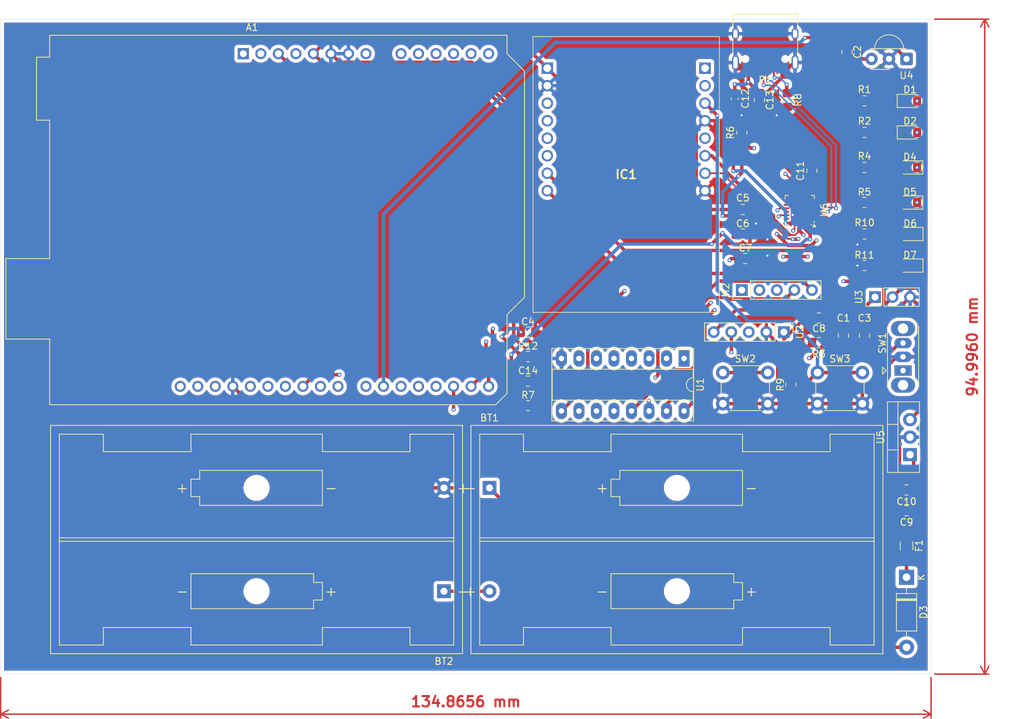
<source format=kicad_pcb>
(kicad_pcb (version 20221018) (generator pcbnew)
  (layers (0 "F.Cu" signal) (1 "In1.Cu" signal) (2 "In2.Cu" signal) (31 "B.Cu" signal) (34 "B.Paste" user) (35 "F.Paste" user) (36 "B.SilkS" user "B.Silkscreen") (37 "F.SilkS" user "F.Silkscreen") (38 "B.Mask" user) (39 "F.Mask" user) (44 "Edge.Cuts" user))
  (net 0 "")
  (net 3 "Net-(A1-~{RESET})")
  (net 5 "VCC")
  (net 6 "GND")
  (net 14 "RX")
  (net 15 "TX")
  (net 16 "MOTOR-1")
  (net 17 "MOTOR-2")
  (net 18 "MOTOR-3")
  (net 19 "MOTOR-4")
  (net 20 "IR SENSOR")
  (net 21 "LIMIT SW")
  (net 23 "Net-(A1-D9)")
  (net 24 "Net-(A1-D10)")
  (net 31 "Net-(D3-K)")
  (net 32 "Net-(BT1-+)")
  (net 34 "D-")
  (net 35 "D+")
  (net 37 "Net-(U6-VDD)")
  (net 38 "Net-(U6-~{RST})")
  (net 44 "Net-(D4-K)")
  (net 46 "Net-(D5-K)")
  (net 48 "EN")
  (net 50 "DTR")
  (net 52 "Net-(BT1--)")
  (net 53 "Net-(U1-COM)")
  (net 54 "Net-(U2-VCC)")
  (net 55 "Net-(U5-IN)")
  (net 56 "Net-(D1-K)")
  (net 57 "Net-(D2-K)")
  (net 58 "Net-(D4-A)")
  (net 59 "Net-(D5-A)")
  (net 60 "Net-(D6-K)")
  (net 61 "Net-(D6-A)")
  (net 62 "Net-(D7-K)")
  (net 63 "Net-(D7-A)")
  (net 64 "Net-(U1-O2)")
  (net 65 "Net-(M2--)")
  (net 66 "Net-(U1-O4)")
  (net 67 "Net-(U1-O3)")
  (net 68 "Net-(P1-CC)")
  (net 72 "Net-(IC1-IO0)")
  (net 87 "MIC")
  (footprint "Capacitor_SMD:C_0805_2012Metric_Pad1.18x1.45mm_HandSolder" (layer "F.Cu") (at 131.690561 35.5385 90)
    (fp_text reference "C11")
    (fp_text value "100nF")
  )
  (footprint "Capacitor_SMD:C_0805_2012Metric_Pad1.18x1.45mm_HandSolder" (layer "F.Cu") (at 136.262561 59.436 -90)
    (fp_text reference "C1")
    (fp_text value "100nF")
  )
  (footprint "Resistor_SMD:R_0805_2012Metric_Pad1.20x1.40mm_HandSolder" (layer "F.Cu") (at 90.542561 62.484 180)
    (fp_text reference "R12")
    (fp_text value "10K")
  )
  (footprint "Button_Switch_THT:SW_Slide_SPDT_Straight_CK_OS102011MS2Q" (layer "F.Cu") (at 144.898561 64.516 90)
    (fp_text reference "SW1")
    (fp_text value "SW_SPDT")
  )
  (footprint "Capacitor_SMD:C_0603_1608Metric_Pad1.08x0.95mm_HandSolder" (layer "F.Cu") (at 120.514561 25.054 -90)
    (fp_text reference "C12")
    (fp_text value "0.1uF")
  )
  (footprint "Resistor_SMD:R_0805_2012Metric_Pad1.20x1.40mm_HandSolder" (layer "F.Cu") (at 139.310561 25.384)
    (fp_text reference "R1")
    (fp_text value "220")
  )
  (footprint "Connector_PinHeader_2.54mm:PinHeader_1x05_P2.54mm_Vertical" (layer "F.Cu") (at 121.530561 52.832 90)
    (fp_text reference "M2")
    (fp_text value "Stepper_Motor_unipolar_5pin")
  )
  (footprint "KiCad:ESP32CAM" (layer "F.Cu") (at 93.336561 38.428)
    (fp_text reference "IC1")
    (fp_text value "ESP32-CAM" hide)
  )
  (footprint "Package_TO_SOT_THT:TO-220-3_Vertical" (layer "F.Cu") (at 145.914561 76.708 90)
    (fp_text reference "U5")
    (fp_text value "L7805")
  )
  (footprint "Button_Switch_THT:SW_PUSH_6mm" (layer "F.Cu") (at 132.504561 64.806)
    (fp_text reference "SW3")
    (fp_text value "SW_Push")
  )
  (footprint "Resistor_SMD:R_0805_2012Metric_Pad1.20x1.40mm_HandSolder" (layer "F.Cu") (at 128.642561 66.548 -90)
    (fp_text reference "R9")
    (fp_text value "10K")
  )
  (footprint "Resistor_SMD:R_0805_2012Metric_Pad1.20x1.40mm_HandSolder" (layer "F.Cu") (at 139.310561 49.276 180)
    (fp_text reference "R11")
    (fp_text value "330")
  )
  (footprint "Capacitor_SMD:C_0805_2012Metric_Pad1.18x1.45mm_HandSolder" (layer "F.Cu") (at 136.770561 18.288 90)
    (fp_text reference "C2")
    (fp_text value "10uF")
  )
  (footprint "Battery:BatteryHolder_Keystone_2462_2xAA" (layer "F.Cu") (at 78.350561 96.52 180)
    (fp_text reference "BT2")
    (fp_text value "3V")
  )
  (footprint "Capacitor_SMD:C_0805_2012Metric_Pad1.18x1.45mm_HandSolder" (layer "F.Cu") (at 124.070561 25.284 -90)
    (fp_text reference "C13")
    (fp_text value "10uF")
  )
  (footprint "Battery:BatteryHolder_Keystone_2462_2xAA" (layer "F.Cu") (at 84.954561 81.53)
    (fp_text reference "BT1")
    (fp_text value "3V")
  )
  (footprint "Connector_PinHeader_2.54mm:PinHeader_1x05_P2.54mm_Vertical" (layer "F.Cu") (at 127.621561 58.928 -90)
    (fp_text reference "U2")
    (fp_text value "~")
  )
  (footprint "Resistor_SMD:R_0805_2012Metric_Pad1.20x1.40mm_HandSolder" (layer "F.Cu") (at 90.542561 69.596)
    (fp_text reference "R7")
    (fp_text value "10K")
  )
  (footprint "Capacitor_SMD:C_0805_2012Metric_Pad1.18x1.45mm_HandSolder" (layer "F.Cu") (at 122.038561 48.26 180)
    (fp_text reference "C7")
    (fp_text value "100nF")
  )
  (footprint "Capacitor_SMD:C_0805_2012Metric_Pad1.18x1.45mm_HandSolder" (layer "F.Cu") (at 145.406561 81.826 180)
    (fp_text reference "C10")
    (fp_text value "100nF")
  )
  (footprint "Fuse:Fuse_1206_3216Metric_Pad1.42x1.75mm_HandSolder" (layer "F.Cu") (at 145.406561 89.916 -90)
    (fp_text reference "F1")
    (fp_text value "Polyfuse")
  )
  (footprint "OptoDevice:Vishay_MINICAST-3Pin" (layer "F.Cu") (at 145.406561 19.304 180)
    (fp_text reference "U4")
    (fp_text value "TSSP58038SS1XB")
  )
  (footprint "LED_SMD:LED_0805_2012Metric_Pad1.15x1.40mm_HandSolder" (layer "F.Cu") (at 145.921561 29.972)
    (fp_text reference "D2")
    (fp_text value "LED")
  )
  (footprint "Resistor_SMD:R_0805_2012Metric_Pad1.20x1.40mm_HandSolder" (layer "F.Cu") (at 139.317561 29.964)
    (fp_text reference "R2")
    (fp_text value "220")
  )
  (footprint "Connector_PinHeader_2.54mm:PinHeader_1x03_P2.54mm_Vertical" (layer "F.Cu") (at 140.834561 53.848 90)
    (fp_text reference "U3")
    (fp_text value "~")
  )
  (footprint "Capacitor_SMD:C_0805_2012Metric_Pad1.18x1.45mm_HandSolder" (layer "F.Cu") (at 139.310561 59.436 -90)
    (fp_text reference "C3")
    (fp_text value "10uF")
  )
  (footprint "Resistor_SMD:R_0805_2012Metric_Pad1.20x1.40mm_HandSolder" (layer "F.Cu") (at 121.530561 29.988 90)
    (fp_text reference "R6")
    (fp_text value "10K")
  )
  (footprint "Capacitor_SMD:C_0805_2012Metric_Pad1.18x1.45mm_HandSolder" (layer "F.Cu") (at 121.672561 41.148)
    (fp_text reference "C5")
    (fp_text value "100nF")
  )
  (footprint "LED_SMD:LED_0805_2012Metric_Pad1.15x1.40mm_HandSolder" (layer "F.Cu") (at 145.905561 35.052 180)
    (fp_text reference "D4")
    (fp_text value "LED")
  )
  (footprint "LED_SMD:LED_0805_2012Metric_Pad1.15x1.40mm_HandSolder" (layer "F.Cu") (at 145.921561 49.276 180)
    (fp_text reference "D7")
    (fp_text value "LED")
  )
  (footprint "Connector_USB:USB_C_Receptacle_HRO_TYPE-C-31-M-12" (layer "F.Cu") (at 124.928561 16.704 180)
    (fp_text reference "P1")
    (fp_text value "USB_C_Plug")
  )
  (footprint "Resistor_SMD:R_0805_2012Metric_Pad1.20x1.40mm_HandSolder" (layer "F.Cu") (at 132.706561 60.452 180)
    (fp_text reference "R3")
    (fp_text value "10K")
  )
  (footprint "Capacitor_SMD:C_0805_2012Metric_Pad1.18x1.45mm_HandSolder" (layer "F.Cu") (at 90.542561 58.928 180)
    (fp_text reference "C4")
    (fp_text value "100nF")
  )
  (footprint "Capacitor_SMD:C_0805_2012Metric_Pad1.18x1.45mm_HandSolder" (layer "F.Cu") (at 145.406561 84.836 180)
    (fp_text reference "C9")
    (fp_text value "10uF")
  )
  (footprint "LED_SMD:LED_0805_2012Metric_Pad1.15x1.40mm_HandSolder" (layer "F.Cu") (at 145.905561 40.132 180)
    (fp_text reference "D5")
    (fp_text value "LED")
  )
  (footprint "Module:Arduino_UNO_R3" (layer "F.Cu") (at 49.267561 18.542)
    (fp_text reference "A1")
    (fp_text value "Arduino_UNO_R3")
  )
  (footprint "Resistor_SMD:R_0805_2012Metric_Pad1.20x1.40mm_HandSolder" (layer "F.Cu") (at 128.134561 25.254 -90)
    (fp_text reference "R8")
    (fp_text value "5.1K")
  )
  (footprint "Package_DFN_QFN:QFN-24-1EP_4x4mm_P0.5mm_EP2.6x2.6mm" (layer "F.Cu") (at 129.932561 41.221 180)
    (fp_text reference "U6")
    (fp_text value "CP2102N-Axx-xQFN24")
  )
  (footprint "Capacitor_SMD:C_0805_2012Metric_Pad1.18x1.45mm_HandSolder" (layer "F.Cu") (at 121.672561 44.704 180)
    (fp_text reference "C6")
    (fp_text value "10uF")
  )
  (footprint "LED_SMD:LED_0805_2012Metric_Pad1.15x1.40mm_HandSolder" (layer "F.Cu") (at 145.914561 25.4)
    (fp_text reference "D1")
    (fp_text value "LED")
  )
  (footprint "Capacitor_SMD:C_0805_2012Metric_Pad1.18x1.45mm_HandSolder" (layer "F.Cu") (at 90.542561 66.04)
    (fp_text reference "C14")
    (fp_text value "100nF")
  )
  (footprint "Button_Switch_THT:SW_PUSH_6mm" (layer "F.Cu") (at 118.788561 64.806)
    (fp_text reference "SW2")
    (fp_text value "SW_Push")
  )
  (footprint "Resistor_SMD:R_0805_2012Metric_Pad1.20x1.40mm_HandSolder" (layer "F.Cu") (at 139.326561 44.704)
    (fp_text reference "R10")
    (fp_text value "330")
  )
  (footprint "Package_DIP:DIP-16_W7.62mm_Socket_LongPads" (layer "F.Cu") (at 113.158561 62.748 -90)
    (fp_text reference "U1")
    (fp_text value "ULN2003")
  )
  (footprint "Diode_THT:D_DO-41_SOD81_P10.16mm_Horizontal" (layer "F.Cu") (at 145.406561 94.488 -90)
    (fp_text reference "D3")
    (fp_text value "1N5819")
  )
  (footprint "Capacitor_SMD:C_0805_2012Metric_Pad1.18x1.45mm_HandSolder" (layer "F.Cu") (at 132.706561 56.896 180)
    (fp_text reference "C8")
    (fp_text value "100nF")
  )
  (footprint "LED_SMD:LED_0805_2012Metric_Pad1.15x1.40mm_HandSolder" (layer "F.Cu") (at 145.937561 44.704 180)
    (fp_text reference "D6")
    (fp_text value "LED")
  )
  (footprint "Resistor_SMD:R_0805_2012Metric_Pad1.20x1.40mm_HandSolder" (layer "F.Cu") (at 139.310561 35.052)
    (fp_text reference "R4")
    (fp_text value "330")
  )
  (footprint "Resistor_SMD:R_0805_2012Metric_Pad1.20x1.40mm_HandSolder" (layer "F.Cu") (at 139.294561 40.132 180)
    (fp_text reference "R5")
    (fp_text value "330")
  )
  (gr_rect locked (start 14.088561 13.5382) (end 148.962561 108.5342) (stroke (width 0.05)) (fill none) (layer "Edge.Cuts"))
  (dimension (type aligned) (layer "F.Cu") (pts (xy 148.971 13.5382) (xy 148.971 108.5342)) (height -7.7724) (gr_text "94.9960 mm" (at 154.9434 61.0362 90) (layer "F.Cu") (effects (font (size 1.5 1.5) (thickness 0.3)))) (format (prefix "") (suffix "") (units 3) (units_format 1) (precision 4)) (style (thickness 0.2) (arrow_length 1.27) (text_position_mode 0) (extension_height 0.58642) (extension_offset 0.5) keep_text_aligned))
  (dimension (type aligned) (layer "F.Cu") (pts (xy 14.097 108.5342) (xy 148.962561 108.5342)) (height 5.816599) (gr_text "134.8656 mm" (at 81.529781 112.550799) (layer "F.Cu") (effects (font (size 1.5 1.5) (thickness 0.3)))) (format (prefix "") (suffix "") (units 3) (units_format 1) (precision 4)) (style (thickness 0.2) (arrow_length 1.27) (text_position_mode 0) (extension_height 0.58642) (extension_offset 0.5) keep_text_aligned))
  (segment (start 56.997561 21.192) (end 81.814661 21.192) (width 0.5) (layer "F.Cu") (net 3))
  (segment (start 88.467561 59.699878) (end 90.101683 61.334) (width 0.5) (layer "F.Cu") (net 3))
  (segment (start 54.347561 18.542) (end 56.997561 21.192) (width 0.5) (layer "F.Cu") (net 3))
  (segment (start 90.101683 61.334) (end 90.392561 61.334) (width 0.5) (layer "F.Cu") (net 3))
  (segment (start 81.814661 21.192) (end 88.467561 27.8449) (width 0.5) (layer "F.Cu") (net 3))
  (segment (start 90.392561 61.334) (end 91.542561 62.484) (width 0.5) (layer "F.Cu") (net 3))
  (segment (start 91.580061 62.5215) (end 91.542561 62.484) (width 0.5) (layer "F.Cu") (net 3))
  (segment (start 91.580061 66.04) (end 91.580061 62.5215) (width 0.5) (layer "F.Cu") (net 3))
  (segment (start 88.467561 27.8449) (end 88.467561 59.699878) (width 0.5) (layer "F.Cu") (net 3))
  (segment (start 133.744061 56.896) (end 140.386561 56.896) (width 0.5) (layer "F.Cu") (net 5))
  (segment (start 122.478561 22.6545) (end 124.070561 24.2465) (width 0.5) (layer "F.Cu") (net 5))
  (segment (start 140.386561 56.896) (end 142.134561 55.148) (width 0.5) (layer "F.Cu") (net 5))
  (segment (start 89.542561 62.484) (end 89.542561 62.385) (width 0.5) (layer "F.Cu") (net 5))
  (segment (start 125.106061 24.2465) (end 124.070561 24.2465) (width 0.5) (layer "F.Cu") (net 5))
  (segment (start 91.542561 69.596) (end 90.542561 68.596) (width 0.5) (layer "F.Cu") (net 5))
  (segment (start 131.182561 39.2835) (end 130.903161 39.2835) (width 0.25) (layer "F.Cu") (net 5))
  (segment (start 123.917138 30.988) (end 130.903161 37.974023) (width 0.5) (layer "F.Cu") (net 5))
  (segment (start 122.680561 29.838) (end 121.530561 30.988) (width 0.5) (layer "F.Cu") (net 5))
  (segment (start 147.946561 52.832) (end 147.662561 52.548) (width 0.5) (layer "F.Cu") (net 5))
  (segment (start 143.374561 53.848) (end 139.310561 57.912) (width 0.5) (layer "F.Cu") (net 5))
  (segment (start 139.310561 58.3985) (end 136.262561 58.3985) (width 0.5) (layer "F.Cu") (net 5))
  (segment (start 141.342561 51.562) (end 136.262561 51.562) (width 0.5) (layer "F.Cu") (net 5))
  (segment (start 145.914561 71.628) (end 147.946561 69.596) (width 0.5) (layer "F.Cu") (net 5))
  (segment (start 122.680561 25.6365) (end 122.680561 29.838) (width 0.5) (layer "F.Cu") (net 5))
  (segment (start 127.428561 21.924) (end 134.172061 21.924) (width 0.5) (layer "F.Cu") (net 5))
  (segment (start 123.308561 32.258) (end 122.800561 32.258) (width 0.5) (layer "F.Cu") (net 5))
  (segment (start 120.514561 23.0124) (end 120.489161 22.987) (width 0.5) (layer "F.Cu") (net 5))
  (segment (start 119.720661 42.0624) (end 120.635061 41.148) (width 0.5) (layer "F.Cu") (net 5))
  (segment (start 133.744061 58.4145) (end 131.706561 60.452) (width 0.5) (layer "F.Cu") (net 5))
  (segment (start 127.378561 21.874) (end 127.428561 21.924) (width 0.5) (layer "F.Cu") (net 5))
  (segment (start 135.246561 58.3985) (end 133.744061 56.896) (width 0.5) (layer "F.Cu") (net 5))
  (segment (start 142.134561 52.354) (end 141.342561 51.562) (width 0.5) (layer "F.Cu") (net 5))
  (segment (start 121.530561 35.7886) (end 121.017051 36.30211) (width 0.5) (layer "F.Cu") (net 5))
  (segment (start 128.642561 65.548) (end 128.642561 63.5) (width 0.5) (layer "F.Cu") (net 5))
  (segment (start 147.662561 52.548) (end 144.674561 52.548) (width 0.5) (layer "F.Cu") (net 5))
  (segment (start 147.946561 69.596) (end 147.946561 52.832) (width 0.5) (layer "F.Cu") (net 5))
  (segment (start 130.903161 39.2835) (end 130.682561 39.2835) (width 0.25) (layer "F.Cu") (net 5))
  (segment (start 89.542561 62.385) (end 86.732561 59.575) (width 0.5) (layer "F.Cu") (net 5))
  (segment (start 93.336561 20.648) (end 113.836561 41.148) (width 0.5) (layer "F.Cu") (net 5))
  (segment (start 128.642561 63.5) (end 131.690561 60.452) (width 0.5) (layer "F.Cu") (net 5))
  (segment (start 144.674561 52.548) (end 143.374561 53.848) (width 0.5) (layer "F.Cu") (net 5))
  (segment (start 122.478561 20.749) (end 122.478561 22.6545) (width 0.5) (layer "F.Cu") (net 5))
  (segment (start 127.378561 20.749) (end 127.378561 21.974) (width 0.5) (layer "F.Cu") (net 5))
  (segment (start 136.792061 19.304) (end 136.770561 19.3255) (width 0.5) (layer "F.Cu") (net 5))
  (segment (start 90.542561 63.484) (end 89.542561 62.484) (width 0.5) (layer "F.Cu") (net 5))
  (segment (start 127.378561 21.974) (end 125.106061 24.2465) (width 0.5) (layer "F.Cu") (net 5))
  (segment (start 127.378561 20.749) (end 127.378561 21.874) (width 0.5) (layer "F.Cu") (net 5))
  (segment (start 82.104611 20.492) (end 89.505061 27.89245) (width 0.5) (layer "F.Cu") (net 5))
  (segment (start 120.635061 41.148) (end 120.635061 44.704) (width 0.5) (layer "F.Cu") (net 5))
  (segment (start 90.542561 68.596) (end 90.542561 63.484) (width 0.5) (layer "F.Cu") (net 5))
  (segment (start 142.134561 55.148) (end 142.134561 52.354) (width 0.5) (layer "F.Cu") (net 5))
  (segment (start 88.436561 15.748) (end 93.336561 20.648) (width 0.5) (layer "F.Cu") (net 5))
  (segment (start 124.070561 24.2465) (end 122.680561 25.6365) (width 0.5) (layer "F.Cu") (net 5))
  (segment (start 121.530561 30.988) (end 121.530561 35.7886) (width 0.5) (layer "F.Cu") (net 5))
  (segment (start 89.505061 27.89245) (end 89.505061 58.928) (width 0.5) (layer "F.Cu") (net 5))
  (segment (start 122.800561 32.258) (end 121.530561 30.988) (width 0.5) (layer "F.Cu") (net 5))
  (segment (start 134.172061 21.924) (end 136.770561 19.3255) (width 0.5) (layer "F.Cu") (net 5))
  (segment (start 118.736561 42.0624) (end 119.720661 42.0624) (width 0.5) (layer "F.Cu") (net 5))
  (segment (start 121.530561 30.988) (end 123.917138 30.988) (width 0.5) (layer "F.Cu") (net 5))
  (segment (start 140.326561 19.304) (end 136.792061 19.304) (width 0.5) (layer "F.Cu") (net 5))
  (segment (start 59.427561 18.542) (end 62.221561 15.748) (width 0.5) (layer "F.Cu") (net 5))
  (segment (start 130.903161 37.974023) (end 130.903161 39.2835) (width 0.5) (layer "F.Cu") (net 5))
  (segment (start 62.221561 15.748) (end 88.436561 15.748) (width 0.5) (layer "F.Cu") (net 5))
  (segment (start 113.836561 41.148) (end 120.635061 41.148) (width 0.5) (layer "F.Cu") (net 5))
  (segment (start 139.310561 57.912) (end 139.310561 58.3985) (width 0.5) (layer "F.Cu") (net 5))
  (segment (start 59.427561 18.542) (end 61.377561 20.492) (width 0.5) (layer "F.Cu") (net 5))
  (segment (start 136.262561 58.3985) (end 135.246561 58.3985) (width 0.5) (layer "F.Cu") (net 5))
  (segment (start 120.514561 24.1915) (end 120.514561 23.0124) (width 0.5) (layer "F.Cu") (net 5))
  (segment (start 131.690561 60.452) (end 131.706561 60.452) (width 0.5) (layer "F.Cu") (net 5))
  (segment (start 133.744061 56.896) (end 133.744061 58.4145) (width 0.5) (layer "F.Cu") (net 5))
  (segment (start 61.377561 20.492) (end 82.104611 20.492) (width 0.5) (layer "F.Cu") (net 5))
  (via (at 89.505061 58.928) (size 0.6) (drill 0.3) (layers "F.Cu" "B.Cu") (net 5))
  (via (at 86.732561 59.575) (size 0.6) (drill 0.3) (layers "F.Cu" "B.Cu") (net 5))
  (via (at 118.736561 42.0624) (size 0.6) (drill 0.3) (layers "F.Cu" "B.Cu") (net 5))
  (via (at 123.308561 32.258) (size 0.6) (drill 0.3) (layers "F.Cu" "B.Cu") (net 5))
  (via (at 121.017051 36.30211) (size 0.6) (drill 0.3) (layers "F.Cu" "B.Cu") (net 5))
  (via (at 120.489161 22.987) (size 0.6) (drill 0.3) (layers "F.Cu" "B.Cu") (net 5))
  (via (at 122.478561 22.6545) (size 0.6) (drill 0.3) (layers "F.Cu" "B.Cu") (net 5))
  (via (at 136.262561 51.562) (size 0.6) (drill 0.3) (layers "F.Cu" "B.Cu") (net 5))
  (segment (start 118.736561 38.5826) (end 118.736561 42.0624) (width 0.5) (layer "B.Cu") (net 5))
  (segment (start 122.146061 22.987) (end 122.478561 22.6545) (width 0.5) (layer "B.Cu") (net 5))
  (segment (start 120.489161 22.987) (end 122.146061 22.987) (width 0.5) (layer "B.Cu") (net 5))
  (segment (start 86.732561 59.575) (end 87.887561 58.42) (width 0.5) (layer "B.Cu") (net 5))
  (segment (start 88.997061 58.42) (end 89.505061 58.928) (width 0.5) (layer "B.Cu") (net 5))
  (segment (start 87.887561 58.42) (end 88.997061 58.42) (width 0.5) (layer "B.Cu") (net 5))
  (segment (start 121.017051 36.30211) (end 118.736561 38.5826) (width 0.5) (layer "B.Cu") (net 5))
  (segment (start 120.514561 25.9165) (end 120.514561 26.4922) (width 0.5) (layer "F.Cu") (net 6))
  (segment (start 138.317561 35.045) (end 138.310561 35.052) (width 0.5) (layer "F.Cu") (net 6))
  (segment (start 81.405439 81.53) (end 95.378561 67.556878) (width 0.5) (layer "F.Cu") (net 6))
  (segment (start 62.475561 81.53) (end 47.747561 66.802) (width 0.5) (layer "F.Cu") (net 6))
  (segment (start 138.294561 40.132) (end 138.294561 44.672) (width 0.5) (layer "F.Cu") (net 6))
  (segment (start 91.580061 28.9775) (end 91.580061 58.928) (width 0.5) (layer "F.Cu") (net 6))
  (segment (start 116.196561 28.268) (end 114.914061 29.5505) (width 0.5) (layer "F.Cu") (net 6))
  (segment (start 140.813061 17.2505) (end 136.770561 17.2505) (width 0.5) (layer "F.Cu") (net 6))
  (segment (start 91.580061 24.9445) (end 93.336561 23.188) (width 0.5) (layer "F.Cu") (net 6))
  (segment (start 120.763561 19.834) (end 121.678561 20.749) (width 0.5) (layer "F.Cu") (net 6))
  (segment (start 137.802561 34.544) (end 131.733561 34.544) (width 0.5) (layer "F.Cu") (net 6))
  (segment (start 139.004561 67.51) (end 143.998561 62.516) (width 0.5) (layer "F.Cu") (net 6))
  (segment (start 78.350561 81.53) (end 81.405439 81.53) (width 0.5) (layer "F.Cu") (net 6))
  (segment (start 138.317561 29.964) (end 138.317561 35.045) (width 0.5) (layer "F.Cu") (net 6))
  (segment (start 124.471614 44.704) (end 122.710061 44.704) (width 0.5) (layer "F.Cu") (net 6))
  (segment (start 63.217561 19.792) (end 82.394561 19.792) (width 0.5) (layer "F.Cu") (net 6))
  (segment (start 116.196561 38.428) (end 117.02906 39.260499) (width 0.5) (layer "F.Cu") (net 6))
  (segment (start 122.710061 44.704) (end 122.710061 41.148) (width 0.5) (layer "F.Cu") (net 6))
  (segment (start 129.621746 41.221) (end 128.90756 41.935186) (width 0.5) (layer "F.Cu") (net 6))
  (segment (start 118.700561 28.268) (end 120.514561 26.454) (width 0.5) (layer "F.Cu") (net 6))
  (segment (start 138.310561 35.052) (end 138.310561 40.116) (width 0.5) (layer "F.Cu") (net 6))
  (segment (start 125.288561 69.306) (end 118.788561 69.306) (width 0.5) (layer "F.Cu") (net 6))
  (segment (start 139.310561 60.4735) (end 136.262561 60.4735) (width 0.5) (layer "F.Cu") (net 6))
  (segment (start 138.294561 44.672) (end 138.326561 44.704) (width 0.5) (layer "F.Cu") (net 6))
  (segment (start 129.248561 19.834) (end 129.248561 15.654) (width 0.5) (layer "F.Cu") (net 6))
  (segment (start 120.608561 15.654) (end 120.608561 19.834) (width 0.5) (layer "F.Cu") (net 6))
  (segment (start 82.394561 19.792) (end 91.580061 28.9775) (width 0.5) (layer "F.Cu") (net 6))
  (segment (start 145.914561 53.848) (end 139.310561 60.452) (width 0.5) (layer "F.Cu") (net 6))
  (segment (start 144.369061 74.2135) (end 144.414561 74.168) (width 0.5) (layer "F.Cu") (net 6))
  (segment (start 120.82256 39.260499) (end 122.710061 41.148) (width 0.5) (layer "F.Cu") (net 6))
  (segment (start 131.870061 41.971) (end 133.592677 41.971) (width 0.25) (layer "F.Cu") (net 6))
  (segment (start 131.870061 41.971) (end 130.682561 41.971) (width 0.25) (layer "F.Cu") (net 6))
  (segment (start 61.967561 18.542) (end 64.507561 18.542) (width 0.5) (layer "F.Cu") (net 6))
  (segment (start 138.310561 35.052) (end 137.802561 34.544) (width 0.5) (layer "F.Cu") (net 6))
  (segment (start 145.914561 74.168) (end 143.866561 74.168) (width 0.5) (layer "F.Cu") (net 6))
  (segment (start 138.326561 46.196) (end 138.294561 46.228) (width 0.5) (layer "F.Cu") (net 6))
  (segment (start 61.967561 18.542) (end 63.217561 19.792) (width 0.5) (layer "F.Cu") (net 6))
  (segment (start 144.369061 81.826) (end 144.369061 74.2135) (width 0.5) (layer "F.Cu") (net 6))
  (segment (start 138.310561 40.116) (end 138.294561 40.132) (width 0.5) (layer "F.Cu") (net 6))
  (segment (start 129.248561 19.834) (end 129.093561 19.834) (width 0.5) (layer "F.Cu") (net 6))
  (segment (start 126.738561 60.585) (end 125.081561 58.928) (width 0.5) (layer "F.Cu") (net 6))
  (segment (start 95.378561 60.716) (end 95.378561 62.748) (width 0.5) (layer "F.Cu") (net 6))
  (segment (start 128.134561 26.254) (end 124.138061 26.254) (width 0.5) (layer "F.Cu") (net 6))
  (segment (start 132.504561 69.306) (end 125.288561 69.306) (width 0.5) (layer "F.Cu") (net 6))
  (segment (start 121.678561 24.7525) (end 120.514561 25.9165) (width 0.5) (layer "F.Cu") (net 6))
  (segment (start 114.914061 29.5505) (end 114.914061 37.1455) (width 0.5) (layer "F.Cu") (net 6))
  (segment (start 144.898561 62.516) (end 146.648561 62.516) (width 0.5) (layer "F.Cu") (net 6))
  (segment (start 138.310561 29.957) (end 138.317561 29.964) (width 0.5) (layer "F.Cu") (net 6))
  (segment (start 129.932561 41.221) (end 130.267061 41.5555) (width 0.5) (layer "F.Cu") (net 6))
  (segment (start 138.326561 44.704) (end 138.326561 46.196) (width 0.5) (layer "F.Cu") (net 6))
  (segment (start 130.682561 41.971) (end 129.932561 41.221) (width 0.25) (layer "F.Cu") (net 6))
  (segment (start 144.414561 74.168) (end 145.914561 74.168) (width 0.5) (layer "F.Cu") (net 6))
  (segment (start 114.914061 37.1455) (end 116.196561 38.428) (width 0.5) (layer "F.Cu") (net 6))
  (segment (start 120.514561 26.4922) (end 121.505161 27.4828) (width 0.5) (layer "F.Cu") (net 6))
  (segment (start 123.562561 43.18) (end 123.562561 42.0005) (width 0.5) (layer "F.Cu") (net 6))
  (segment (start 133.592677 41.971) (end 136.325677 44.704) (width 0.25) (layer "F.Cu") (net 6))
  (segment (start 138.310561 23.86) (end 138.310561 25.384) (width 0.5) (layer "F.Cu") (net 6))
  (segment (start 91.580061 28.9775) (end 91.580061 24.9445) (width 0.5) (layer "F.Cu") (net 6))
  (segment (start 147.246561 55.18) (end 145.914561 53.848) (width 0.5) (layer "F.Cu") (net 6))
  (segment (start 93.368061 60.716) (end 91.580061 58.928) (width 0.5) (layer "F.Cu") (net 6))
  (segment (start 138.310561 25.384) (end 138.310561 29.957) (width 0.5) (layer "F.Cu") (net 6))
  (segment (start 120.608561 15.654) (end 129.248561 15.654) (width 0.5) (layer "F.Cu") (net 6))
  (segment (start 120.608561 19.834) (end 120.763561 19.834) (width 0.5) (layer "F.Cu") (net 6))
  (segment (start 117.02906 39.260499) (end 120.82256 39.260499) (width 0.5) (layer "F.Cu") (net 6))
  (segment (start 143.866561 74.168) (end 139.004561 69.306) (width 0.5) (layer "F.Cu") (net 6))
  (segment (start 123.562561 42.0005) (end 122.710061 41.148) (width 0.5) (layer "F.Cu") (net 6))
  (segment (start 95.378561 60.716) (end 93.368061 60.716) (width 0.5) (layer "F.Cu") (net 6))
  (segment (start 126.585161 27.4828) (end 126.905761 27.4828) (width 0.5) (layer "F.Cu") (net 6))
  (segment (start 95.378561 67.556878) (end 95.378561 62.748) (width 0.5) (layer "F.Cu") (net 6))
  (segment (start 124.138061 26.254) (end 124.070561 26.3215) (width 0.5) (layer "F.Cu") (net 6))
  (segment (start 126.905761 27.4828) (end 128.134561 26.254) (width 0.5) (layer "F.Cu") (net 6))
  (segment (start 125.234757 45.467143) (end 124.471614 44.704) (width 0.5) (layer "F.Cu") (net 6))
  (segment (start 125.234757 47.835) (end 124.809757 48.26) (width 0.5) (layer "F.Cu") (net 6))
  (segment (start 120.514561 26.454) (end 120.514561 25.9165) (width 0.5) (layer "F.Cu") (net 6))
  (segment (start 146.648561 62.516) (end 147.246561 61.918) (width 0.5) (layer "F.Cu") (net 6))
  (segment (start 144.369061 84.836) (end 144.369061 81.826) (width 0.5) (layer "F.Cu") (net 6))
  (segment (start 139.310561 60.452) (end 139.310561 60.4735) (width 0.5) (layer "F.Cu") (net 6))
  (segment (start 116.196561 28.268) (end 118.700561 28.268) (width 0.5) (layer "F.Cu") (net 6))
  (segment (start 143.998561 62.516) (end 144.898561 62.516) (width 0.5) (layer "F.Cu") (net 6))
  (segment (start 129.932561 41.221) (end 129.621746 41.221) (width 0.5) (layer "F.Cu") (net 6))
  (segment (start 142.866561 19.304) (end 140.813061 17.2505) (width 0.5) (layer "F.Cu") (net 6))
  (segment (start 124.809757 48.26) (end 123.076061 48.26) (width 0.5) (layer "F.Cu") (net 6))
  (segment (start 139.004561 69.306) (end 139.004561 67.51) (width 0.5) (layer "F.Cu") (net 6))
  (segment (start 125.288561 69.306) (end 126.738561 67.856) (width 0.5) (layer "F.Cu") (net 6))
  (segment (start 126.738561 67.856) (end 126.738561 60.585) (width 0.5) (layer "F.Cu") (net 6))
  (segment (start 136.325677 44.704) (end 138.326561 44.704) (width 0.25) (layer "F.Cu") (net 6))
  (segment (start 121.678561 20.749) (end 121.678561 24.7525) (width 0.5) (layer "F.Cu") (net 6))
  (segment (start 131.733561 34.544) (end 131.690561 34.501) (width 0.5) (layer "F.Cu") (net 6))
  (segment (start 139.004561 69.306) (end 132.504561 69.306) (width 0.5) (layer "F.Cu") (net 6))
  (segment (start 129.093561 19.834) (end 128.178561 20.749) (width 0.5) (layer "F.Cu") (net 6))
  (segment (start 78.350561 81.53) (end 62.475561 81.53) (width 0.5) (layer "F.Cu") (net 6))
  (segment (start 147.246561 61.918) (end 147.246561 55.18) (width 0.5) (layer "F.Cu") (net 6))
  (segment (start 142.866561 19.304) (end 138.310561 23.86) (width 0.5) (layer "F.Cu") (net 6))
  (via (at 123.562561 43.18) (size 0.6) (drill 0.3) (layers "F.Cu" "B.Cu") (net 6))
  (via (at 138.294561 49.276) (size 0.6) (drill 0.3) (layers "F.Cu" "B.Cu") (net 6))
  (via (at 128.90756 41.935186) (size 0.6) (drill 0.3) (layers "F.Cu" "B.Cu") (net 6))
  (via (at 126.585161 27.4828) (size 0.6) (drill 0.3) (layers "F.Cu" "B.Cu") (net 6))
  (via (at 138.294561 46.228) (size 0.6) (drill 0.3) (layers "F.Cu" "B.Cu") (net 6))
  (via (at 125.234757 47.835) (size 0.6) (drill 0.3) (layers "F.Cu" "B.Cu") (net 6))
  (via (at 125.234757 45.467143) (size 0.6) (drill 0.3) (layers "F.Cu" "B.Cu") (net 6))
  (via (at 121.505161 27.4828) (size 0.6) (drill 0.3) (layers "F.Cu" "B.Cu") (net 6))
  (segment (start 138.294561 46.228) (end 138.294561 49.276) (width 0.5) (layer "B.Cu") (net 6))
  (segment (start 93.336561 23.188) (end 111.116561 23.188) (width 0.5) (layer "B.Cu") (net 6))
  (segment (start 111.116561 23.188) (end 116.196561 28.268) (width 0.5) (layer "B.Cu") (net 6))
  (segment (start 128.209569 45.405569) (end 123.622561 40.818561) (width 0.25) (layer "F.Cu") (net 14))
  (segment (start 84.827561 65.402122) (end 84.827561 66.802) (width 0.5) (layer "F.Cu") (net 14))
  (segment (start 129.674369 45.466) (end 128.921961 45.466) (width 0.5) (layer "F.Cu") (net 14))
  (segment (start 129.7348 45.405569) (end 128.209569 45.405569) (width 0.25) (layer "F.Cu") (net 14))
  (segment (start 128.962619 44.216) (end 129.182561 43.996058) (width 0.25) (layer "F.Cu") (net 14))
  (segment (start 123.622561 40.4279) (end 123.292661 40.098) (width 0.25) (layer "F.Cu") (net 14))
  (segment (start 123.622561 40.818561) (end 123.622561 40.4279) (width 0.25) (layer "F.Cu") (net 14))
  (segment (start 123.292661 40.098) (end 122.902 40.098) (width 0.25) (layer "F.Cu") (net 14))
  (segment (start 85.386361 58.4962) (end 85.386361 64.843322) (width 0.5) (layer "F.Cu") (net 14))
  (segment (start 85.386361 64.843322) (end 84.827561 65.402122) (width 0.5) (layer "F.Cu") (net 14))
  (segment (start 129.182561 43.996058) (end 129.182561 43.1585) (width 0.25) (layer "F.Cu") (net 14))
  (segment (start 85.462561 58.42) (end 85.386361 58.4962) (width 0.5) (layer "F.Cu") (net 14))
  (segment (start 120.001561 61.848) (end 120.001561 58.928) (width 0.5) (layer "F.Cu") (net 14))
  (segment (start 129.7348 45.405569) (end 129.674369 45.466) (width 0.5) (layer "F.Cu") (net 14))
  (segment (start 122.902 40.098) (end 118.692 35.888) (width 0.25) (layer "F.Cu") (net 14))
  (segment (start 118.692 35.888) (end 116.196561 35.888) (width 0.25) (layer "F.Cu") (net 14))
  (via (at 120.001561 61.848) (size 0.6) (drill 0.3) (layers "F.Cu" "B.Cu") (net 14))
  (via (at 128.921961 45.466) (size 0.6) (drill 0.3) (layers "F.Cu" "B.Cu") (net 14))
  (via (at 129.7348 45.405569) (size 0.6) (drill 0.3) (layers "F.Cu" "B.Cu") (net 14))
  (via (at 85.462561 58.42) (size 0.6) (drill 0.3) (layers "F.Cu" "B.Cu") (net 14))
  (via (at 128.962619 44.216) (size 0.6) (drill 0.3) (layers "F.Cu" "B.Cu") (net 14))
  (segment (start 129.912561 44.196) (end 129.682561 43.966) (width 0.25) (layer "F.Cu") (net 15))
  (segment (start 123.597 39.523) (end 126.118682 42.044682) (width 0.5) (layer "F.Cu") (net 15))
  (segment (start 129.682561 43.966) (end 129.682561 43.1585) (width 0.25) (layer "F.Cu") (net 15))
  (segment (start 126.118682 42.044682) (end 126.118682 42.50151) (width 0.5) (layer "F.Cu") (net 15))
  (segment (start 119.133 35.313) (end 119.133 35.515827) (width 0.5) (layer "F.Cu") (net 15))
  (segment (start 126.118682 42.50151) (end 128.447741 44.830569) (width 0.5) (layer "F.Cu") (net 15))
  (segment (start 116.196561 33.348) (end 117.168 33.348) (width 0.5) (layer "F.Cu") (net 15))
  (segment (start 128.458172 44.841) (end 129.267561 44.841) (width 0.25) (layer "F.Cu") (net 15))
  (segment (start 84.446561 60.3504) (end 84.471961 60.325) (width 0.5) (layer "F.Cu") (net 15))
  (segment (start 117.168 33.348) (end 119.133 35.313) (width 0.5) (layer "F.Cu") (net 15))
  (segment (start 129.912561 44.196) (end 129.912561 44.240002) (width 0.5) (layer "F.Cu") (net 15))
  (segment (start 128.447741 44.830569) (end 128.458172 44.841) (width 0.25) (layer "F.Cu") (net 15))
  (segment (start 129.912561 44.240002) (end 130.4848 44.812241) (width 0.5) (layer "F.Cu") (net 15))
  (segment (start 84.446561 64.643) (end 84.446561 60.3504) (width 0.5) (layer "F.Cu") (net 15))
  (segment (start 129.267561 44.841) (end 129.682561 44.426) (width 0.25) (layer "F.Cu") (net 15))
  (segment (start 119.133 35.515827) (end 123.140173 39.523) (width 0.5) (layer "F.Cu") (net 15))
  (segment (start 123.140173 39.523) (end 123.597 39.523) (width 0.5) (layer "F.Cu") (net 15))
  (segment (start 82.287561 66.802) (end 84.446561 64.643) (width 0.5) (layer "F.Cu") (net 15))
  (segment (start 129.682561 44.426) (end 129.682561 43.966) (width 0.25) (layer "F.Cu") (net 15))
  (via (at 130.4848 44.812241) (size 0.6) (drill 0.3) (layers "F.Cu" "B.Cu") (net 15))
  (via (at 84.471961 60.325) (size 0.6) (drill 0.3) (layers "F.Cu" "B.Cu") (net 15))
  (segment (start 79.747561 66.802) (end 79.747561 70.1802) (width 0.5) (layer "F.Cu") (net 16))
  (via (at 79.747561 70.1802) (size 0.6) (drill 0.3) (layers "F.Cu" "B.Cu") (net 16))
  (segment (start 145.406561 19.304) (end 142.315561 16.213) (width 0.5) (layer "F.Cu") (net 20))
  (segment (start 130.717561 16.213) (end 130.674561 16.256) (width 0.5) (layer "F.Cu") (net 20))
  (segment (start 142.315561 16.213) (end 130.717561 16.213) (width 0.5) (layer "F.Cu") (net 20))
  (via (at 130.674561 16.256) (size 0.6) (drill 0.3) (layers "F.Cu" "B.Cu") (net 20))
  (segment (start 94.515561 16.904) (end 69.587561 41.832) (width 0.5) (layer "B.Cu") (net 20))
  (segment (start 130.674561 16.256) (end 130.026561 16.904) (width 0.5) (layer "B.Cu") (net 20))
  (segment (start 130.026561 16.904) (end 94.515561 16.904) (width 0.5) (layer "B.Cu") (net 20))
  (segment (start 69.587561 41.832) (end 69.587561 66.802) (width 0.5) (layer "B.Cu") (net 20))
  (segment (start 142.597536 62.317025) (end 144.398561 60.516) (width 0.5) (layer "F.Cu") (net 21))
  (segment (start 133.706561 60.452) (end 133.706561 61.152) (width 0.5) (layer "F.Cu") (net 21))
  (segment (start 144.398561 60.516) (end 144.898561 60.516) (width 0.5) (layer "F.Cu") (net 21))
  (segment (start 131.445961 62.7126) (end 133.706561 60.452) (width 0.5) (layer "F.Cu") (net 21))
  (segment (start 134.871586 62.317025) (end 142.597536 62.317025) (width 0.5) (layer "F.Cu") (net 21))
  (segment (start 133.706561 61.152) (end 134.871586 62.317025) (width 0.5) (layer "F.Cu") (net 21))
  (segment (start 131.284161 62.7126) (end 131.445961 62.7126) (width 0.5) (layer "F.Cu") (net 21))
  (via (at 131.284161 62.7126) (size 0.6) (drill 0.3) (layers "F.Cu" "B.Cu") (net 21))
  (segment (start 146.939561 25.4) (end 146.930561 25.4) (width 0.25) (layer "F.Cu") (net 23))
  (via (at 146.930561 25.4) (size 0.6) (drill 0.3) (layers "F.Cu" "B.Cu") (net 23))
  (segment (start 57.907561 66.671) (end 58.030561 66.548) (width 0.5) (layer "F.Cu") (net 24))
  (segment (start 57.907561 66.802) (end 57.907561 66.671) (width 0.5) (layer "F.Cu") (net 24))
  (segment (start 57.907561 66.802) (end 58.284561 66.802) (width 0.5) (layer "F.Cu") (net 24))
  (segment (start 146.946561 29.972) (end 146.930561 29.972) (width 0.5) (layer "F.Cu") (net 24))
  (segment (start 63.198392 65.111831) (end 59.59773 65.111831) (width 0.5) (layer "F.Cu") (net 24))
  (segment (start 59.59773 65.111831) (end 57.907561 66.802) (width 0.5) (layer "F.Cu") (net 24))
  (via (at 63.198392 65.111831) (size 0.6) (drill 0.3) (layers "F.Cu" "B.Cu") (net 24))
  (via (at 146.930561 29.972) (size 0.6) (drill 0.3) (layers "F.Cu" "B.Cu") (net 24))
  (segment (start 145.406561 94.488) (end 145.406561 91.4035) (width 0.5) (layer "F.Cu") (net 31))
  (segment (start 145.406561 104.648) (end 108.072561 104.648) (width 0.5) (layer "F.Cu") (net 32))
  (segment (start 108.072561 104.648) (end 84.954561 81.53) (width 0.5) (layer "F.Cu") (net 32))
  (segment (start 124.680161 23.114) (end 124.678561 23.1124) (width 0.25) (layer "F.Cu") (net 34))
  (segment (start 124.678561 23.1124) (end 124.678561 20.749) (width 0.25) (layer "F.Cu") (net 34))
  (segment (start 133.976561 41.471) (end 131.870061 41.471) (width 0.25) (layer "F.Cu") (net 34))
  (via (at 133.976561 41.471) (size 0.6) (drill 0.3) (layers "F.Cu" "B.Cu") (net 34))
  (via (at 124.680161 23.114) (size 0.6) (drill 0.3) (layers "F.Cu" "B.Cu") (net 34))
  (segment (start 124.680161 23.114) (end 125.594561 23.114) (width 0.25) (layer "B.Cu") (net 34))
  (segment (start 125.594561 23.114) (end 134.509961 32.0294) (width 0.25) (layer "B.Cu") (net 34))
  (segment (start 134.509961 40.9376) (end 133.976561 41.471) (width 0.25) (layer "B.Cu") (net 34))
  (segment (start 134.509961 32.0294) (end 134.509961 40.9376) (width 0.25) (layer "B.Cu") (net 34))
  (segment (start 135.086149 40.846) (end 133.717677 40.846) (width 0.25) (layer "F.Cu") (net 35))
  (segment (start 135.180644 40.940495) (end 135.086149 40.846) (width 0.25) (layer "F.Cu") (net 35))
  (segment (start 125.178561 22.340455) (end 125.178561 20.749) (width 0.25) (layer "F.Cu") (net 35))
  (segment (start 133.592677 40.971) (end 131.870061 40.971) (width 0.25) (layer "F.Cu") (net 35))
  (segment (start 133.717677 40.846) (end 133.592677 40.971) (width 0.25) (layer "F.Cu") (net 35))
  (segment (start 125.303561 22.465455) (end 125.178561 22.340455) (width 0.25) (layer "F.Cu") (net 35))
  (via (at 125.303561 22.465455) (size 0.6) (drill 0.3) (layers "F.Cu" "B.Cu") (net 35))
  (via (at 135.180644 40.940495) (size 0.6) (drill 0.3) (layers "F.Cu" "B.Cu") (net 35))
  (segment (start 125.303561 22.465455) (end 125.8299 22.465455) (width 0.25) (layer "B.Cu") (net 35))
  (segment (start 135.180644 31.816199) (end 135.180644 40.940495) (width 0.25) (layer "B.Cu") (net 35))
  (segment (start 125.8299 22.465455) (end 135.180644 31.816199) (width 0.25) (layer "B.Cu") (net 35))
  (segment (start 131.690561 36.576) (end 131.870061 36.7555) (width 0.5) (layer "F.Cu") (net 37))
  (segment (start 131.870061 36.7555) (end 131.870061 39.896) (width 0.5) (layer "F.Cu") (net 37))
  (segment (start 130.182561 38.314084) (end 130.182561 39.2835) (width 0.25) (layer "F.Cu") (net 38))
  (segment (start 127.857719 35.989242) (end 130.182561 38.314084) (width 0.25) (layer "F.Cu") (net 38))
  (segment (start 118.788561 64.806) (end 125.288561 64.806) (width 0.5) (layer "F.Cu") (net 38))
  (via (at 127.857719 35.989242) (size 0.6) (drill 0.3) (layers "F.Cu" "B.Cu") (net 38))
  (segment (start 126.990761 40.971) (end 127.995061 40.971) (width 0.25) (layer "F.Cu") (net 44))
  (segment (start 126.703733 41.258028) (end 126.990761 40.971) (width 0.25) (layer "F.Cu") (net 44))
  (segment (start 132.347892 45.615331) (end 131.578223 46.385) (width 0.5) (layer "F.Cu") (net 44))
  (segment (start 128.291561 46.385) (end 126.610561 44.704) (width 0.5) (layer "F.Cu") (net 44))
  (segment (start 131.578223 46.385) (end 128.291561 46.385) (width 0.5) (layer "F.Cu") (net 44))
  (via (at 126.703733 41.258028) (size 0.6) (drill 0.3) (layers "F.Cu" "B.Cu") (net 44))
  (via (at 126.610561 44.704) (size 0.6) (drill 0.3) (layers "F.Cu" "B.Cu") (net 44))
  (via (at 146.930561 35.052) (size 0.6) (drill 0.3) (layers "F.Cu" "B.Cu") (net 44))
  (via (at 132.347892 45.615331) (size 0.6) (drill 0.3) (layers "F.Cu" "B.Cu") (net 44))
  (segment (start 146.930561 40.132) (end 146.955961 40.132) (width 0.25) (layer "F.Cu") (net 46))
  (segment (start 127.051422 41.971) (end 127.995061 41.971) (width 0.25) (layer "F.Cu") (net 46))
  (segment (start 131.080961 47.9806) (end 127.524961 47.9806) (width 0.5) (layer "F.Cu") (net 46))
  (segment (start 126.868682 42.15374) (end 127.051422 41.971) (width 0.25) (layer "F.Cu") (net 46))
  (via (at 131.080961 47.9806) (size 0.6) (drill 0.3) (layers "F.Cu" "B.Cu") (net 46))
  (via (at 127.524961 47.9806) (size 0.6) (drill 0.3) (layers "F.Cu" "B.Cu") (net 46))
  (via (at 146.930561 40.132) (size 0.6) (drill 0.3) (layers "F.Cu" "B.Cu") (net 46))
  (via (at 126.868682 42.15374) (size 0.6) (drill 0.3) (layers "F.Cu" "B.Cu") (net 46))
  (segment (start 121.530561 28.988) (end 120.293151 30.22541) (width 0.5) (layer "F.Cu") (net 48))
  (segment (start 127.884467 43.169525) (end 128.607561 43.169525) (width 0.5) (layer "F.Cu") (net 48))
  (segment (start 120.293151 30.22541) (end 120.293151 35.57821) (width 0.5) (layer "F.Cu") (net 48))
  (segment (start 128.607561 43.169525) (end 128.607561 43.1585) (width 0.5) (layer "F.Cu") (net 48))
  (via (at 127.884467 43.169525) (size 0.6) (drill 0.3) (layers "F.Cu" "B.Cu") (net 48))
  (via (at 120.293151 35.57821) (size 0.6) (drill 0.3) (layers "F.Cu" "B.Cu") (net 48))
  (segment (start 120.293151 35.57821) (end 120.319251 35.55211) (width 0.5) (layer "B.Cu") (net 48))
  (segment (start 127.884467 41.378101) (end 127.884467 43.169525) (width 0.5) (layer "B.Cu") (net 48))
  (segment (start 122.058476 35.55211) (end 127.884467 41.378101) (width 0.5) (layer "B.Cu") (net 48))
  (segment (start 120.319251 35.55211) (end 122.058476 35.55211) (width 0.5) (layer "B.Cu") (net 48))
  (segment (start 130.674561 43.942) (end 130.674561 43.7388) (width 0.25) (layer "F.Cu") (net 50))
  (segment (start 89.542561 69.596) (end 89.542561 66.0775) (width 0.5) (layer "F.Cu") (net 50))
  (segment (start 130.674561 43.7388) (end 130.682561 43.7308) (width 0.25) (layer "F.Cu") (net 50))
  (segment (start 117.187161 46.1264) (end 118.736561 44.577) (width 0.5) (layer "F.Cu") (net 50))
  (segment (start 117.187161 46.1518) (end 117.187161 46.1264) (width 0.5) (layer "F.Cu") (net 50))
  (segment (start 88.104161 64.6391) (end 88.104161 62.1792) (width 0.5) (layer "F.Cu") (net 50))
  (segment (start 89.505061 66.04) (end 88.104161 64.6391) (width 0.5) (layer "F.Cu") (net 50))
  (segment (start 130.674561 43.942) (end 131.436561 44.704) (width 0.5) (layer "F.Cu") (net 50))
  (segment (start 130.682561 43.7308) (end 130.682561 43.1585) (width 0.25) (layer "F.Cu") (net 50))
  (segment (start 131.436561 44.704) (end 131.436561 45.466) (width 0.5) (layer "F.Cu") (net 50))
  (segment (start 89.542561 66.0775) (end 89.505061 66.04) (width 0.5) (layer "F.Cu") (net 50))
  (via (at 131.436561 45.466) (size 0.6) (drill 0.3) (layers "F.Cu" "B.Cu") (net 50))
  (via (at 117.187161 46.1518) (size 0.6) (drill 0.3) (layers "F.Cu" "B.Cu") (net 50))
  (via (at 88.104161 62.1792) (size 0.6) (drill 0.3) (layers "F.Cu" "B.Cu") (net 50))
  (via (at 118.736561 44.577) (size 0.6) (drill 0.3) (layers "F.Cu" "B.Cu") (net 50))
  (segment (start 131.436561 45.466) (end 130.852361 45.466) (width 0.5) (layer "B.Cu") (net 50))
  (segment (start 88.104161 62.1792) (end 104.131561 46.1518) (width 0.5) (layer "B.Cu") (net 50))
  (segment (start 130.071614 46.246747) (end 120.406308 46.246747) (width 0.5) (layer "B.Cu") (net 50))
  (segment (start 130.852361 45.466) (end 130.071614 46.246747) (width 0.5) (layer "B.Cu") (net 50))
  (segment (start 120.406308 46.246747) (end 118.736561 44.577) (width 0.5) (layer "B.Cu") (net 50))
  (segment (start 104.131561 46.1518) (end 117.187161 46.1518) (width 0.5) (layer "B.Cu") (net 50))
  (segment (start 78.350561 96.52) (end 84.954561 96.52) (width 0.5) (layer "F.Cu") (net 52))
  (segment (start 121.001061 48.26) (end 120.006561 48.26) (width 0.5) (layer "F.Cu") (net 53))
  (segment (start 120.006561 48.26) (end 119.752561 48.514) (width 0.5) (layer "F.Cu") (net 53))
  (segment (start 99.208561 66.538) (end 99.208561 58.263) (width 0.5) (layer "F.Cu") (net 53))
  (segment (start 95.378561 70.368) (end 99.208561 66.538) (width 0.5) (layer "F.Cu") (net 53))
  (segment (start 99.208561 58.263) (end 104.512561 52.959) (width 0.5) (layer "F.Cu") (net 53))
  (via (at 104.512561 52.959) (size 0.6) (drill 0.3) (layers "F.Cu" "B.Cu") (net 53))
  (via (at 119.752561 48.514) (size 0.6) (drill 0.3) (layers "F.Cu" "B.Cu") (net 53))
  (segment (start 131.669061 56.896) (end 130.669561 56.896) (width 0.5) (layer "F.Cu") (net 54))
  (segment (start 130.669561 56.896) (end 127.621561 59.944) (width 0.5) (layer "F.Cu") (net 54))
  (segment (start 146.444061 81.826) (end 146.444061 77.2375) (width 0.5) (layer "F.Cu") (net 55))
  (segment (start 146.444061 77.2375) (end 145.914561 76.708) (width 0.5) (layer "F.Cu") (net 55))
  (segment (start 146.444061 84.836) (end 146.444061 81.826) (width 0.5) (layer "F.Cu") (net 55))
  (segment (start 145.406561 88.4285) (end 146.422561 87.4125) (width 0.5) (layer "F.Cu") (net 55))
  (segment (start 146.422561 84.8575) (end 146.444061 84.836) (width 0.5) (layer "F.Cu") (net 55))
  (segment (start 146.422561 87.4125) (end 146.422561 84.8575) (width 0.5) (layer "F.Cu") (net 55))
  (segment (start 144.873561 25.384) (end 144.889561 25.4) (width 0.5) (layer "F.Cu") (net 56))
  (segment (start 140.310561 25.384) (end 144.873561 25.384) (width 0.5) (layer "F.Cu") (net 56))
  (segment (start 140.317561 29.964) (end 144.888561 29.964) (width 0.5) (layer "F.Cu") (net 57))
  (segment (start 144.888561 29.964) (end 144.896561 29.972) (width 0.5) (layer "F.Cu") (net 57))
  (segment (start 140.310561 35.052) (end 144.880561 35.052) (width 0.5) (layer "F.Cu") (net 58))
  (segment (start 140.294561 40.132) (end 144.880561 40.132) (width 0.5) (layer "F.Cu") (net 59))
  (segment (start 104.533561 47.085) (end 144.581561 47.085) (width 0.5) (layer "F.Cu") (net 60))
  (segment (start 144.581561 47.085) (end 146.962561 44.704) (width 0.5) (layer "F.Cu") (net 60))
  (segment (start 93.336561 35.888) (end 104.533561 47.085) (width 0.5) (layer "F.Cu") (net 60))
  (segment (start 140.326561 44.704) (end 144.912561 44.704) (width 0.5) (layer "F.Cu") (net 61))
  (segment (start 145.796561 50.426) (end 146.946561 49.276) (width 0.5) (layer "F.Cu") (net 62))
  (segment (start 105.334561 50.426) (end 145.796561 50.426) (width 0.5) (layer "F.Cu") (net 62))
  (segment (start 93.336561 38.428) (end 105.334561 50.426) (width 0.5) (layer "F.Cu") (net 62))
  (segment (start 140.310561 49.276) (end 144.896561 49.276) (width 0.5) (layer "F.Cu") (net 63))
  (segment (start 114.134411 68.4022) (end 115.461561 67.07505) (width 0.5) (layer "F.Cu") (net 64))
  (segment (start 115.461561 56.234) (end 117.034761 54.6608) (width 0.5) (layer "F.Cu") (net 64))
  (segment (start 115.461561 67.07505) (end 115.461561 56.234) (width 0.5) (layer "F.Cu") (net 64))
  (segment (start 110.618561 70.368) (end 110.618561 69.3828) (width 0.5) (layer "F.Cu") (net 64))
  (segment (start 110.618561 69.3828) (end 111.599161 68.4022) (width 0.5) (layer "F.Cu") (net 64))
  (segment (start 111.599161 68.4022) (end 114.134411 68.4022) (width 0.5) (layer "F.Cu") (net 64))
  (via (at 117.034761 54.6608) (size 0.6) (drill 0.3) (layers "F.Cu" "B.Cu") (net 64))
  (segment (start 113.158561 70.368) (end 116.161561 67.365) (width 0.5) (layer "F.Cu") (net 65))
  (segment (start 116.161561 57.1342) (end 117.593561 55.7022) (width 0.5) (layer "F.Cu") (net 65))
  (segment (start 116.161561 67.365) (end 116.161561 57.1342) (width 0.5) (layer "F.Cu") (net 65))
  (via (at 117.593561 55.7022) (size 0.6) (drill 0.3) (layers "F.Cu" "B.Cu") (net 65))
  (segment (start 114.761561 55.873339) (end 116.7241 53.9108) (width 0.5) (layer "F.Cu") (net 66))
  (segment (start 119.489612 54.132) (end 127.850561 54.132) (width 0.5) (layer "F.Cu") (net 66))
  (segment (start 105.538561 70.368) (end 111.508561 64.398) (width 0.5) (layer "F.Cu") (net 66))
  (segment (start 119.268412 53.9108) (end 119.489612 54.132) (width 0.5) (layer "F.Cu") (net 66))
  (segment (start 114.193761 64.398) (end 114.761561 63.8302) (width 0.5) (layer "F.Cu") (net 66))
  (segment (start 111.508561 64.398) (end 114.193761 64.398) (width 0.5) (layer "F.Cu") (net 66))
  (segment (start 114.761561 63.8302) (end 114.761561 55.873339) (width 0.5) (layer "F.Cu") (net 66))
  (segment (start 116.7241 53.9108) (end 119.268412 53.9108) (width 0.5) (layer "F.Cu") (net 66))
  (segment (start 127.850561 54.132) (end 129.150561 52.832) (width 0.5) (layer "F.Cu") (net 66))
  (segment (start 130.390561 51.532) (end 131.690561 52.832) (width 0.5) (layer "F.Cu") (net 67))
  (segment (start 108.078561 68.9456) (end 108.050092 68.917131) (width 0.5) (layer "F.Cu") (net 67))
  (segment (start 118.11295 51.532) (end 130.390561 51.532) (width 0.5) (layer "F.Cu") (net 67))
  (segment (start 109.368561 60.276389) (end 118.11295 51.532) (width 0.5) (layer "F.Cu") (net 67))
  (segment (start 109.008361 65.532) (end 109.368561 65.1718) (width 0.5) (layer "F.Cu") (net 67))
  (segment (start 108.078561 70.368) (end 108.078561 68.9456) (width 0.5) (layer "F.Cu") (net 67))
  (segment (start 109.368561 65.1718) (end 109.368561 60.276389) (width 0.5) (layer "F.Cu") (net 67))
  (via (at 109.008361 65.532) (size 0.6) (drill 0.3) (layers "F.Cu" "B.Cu") (net 67))
  (via (at 108.050092 68.917131) (size 0.6) (drill 0.3) (layers "F.Cu" "B.Cu") (net 67))
  (segment (start 128.032961 23.0124) (end 128.032961 24.1524) (width 0.5) (layer "F.Cu") (net 68))
  (segment (start 126.178561 20.749) (end 126.178561 21.930232) (width 0.25) (layer "F.Cu") (net 68))
  (segment (start 128.032961 24.1524) (end 128.134561 24.254) (width 0.5) (layer "F.Cu") (net 68))
  (segment (start 126.178561 21.930232) (end 126.270114 22.021785) (width 0.25) (layer "F.Cu") (net 68))
  (via (at 126.270114 22.021785) (size 0.6) (drill 0.3) (layers "F.Cu" "B.Cu") (net 68))
  (via (at 128.032961 23.0124) (size 0.6) (drill 0.3) (layers "F.Cu" "B.Cu") (net 68))
  (segment (start 127.042346 22.021785) (end 128.032961 23.0124) (width 0.25) (layer "B.Cu") (net 68))
  (segment (start 126.270114 22.021785) (end 127.042346 22.021785) (width 0.25) (layer "B.Cu") (net 68))
  (segment (start 129.674561 67.548) (end 128.642561 67.548) (width 0.5) (layer "F.Cu") (net 72))
  (segment (start 132.504561 64.806) (end 132.416561 64.806) (width 0.5) (layer "F.Cu") (net 72))
  (segment (start 132.416561 64.806) (end 129.674561 67.548) (width 0.5) (layer "F.Cu") (net 72))
  (segment (start 139.004561 64.806) (end 132.504561 64.806) (width 0.5) (layer "F.Cu") (net 72))
  (segment (start 117.974561 27.506) (end 116.196561 25.728) (width 0.5) (layer "F.Cu") (net 72))
  (via (at 117.974561 27.506) (size 0.6) (drill 0.3) (layers "F.Cu" "B.Cu") (net 72))
  (segment (start 132.504561 61.211) (end 132.504561 64.806) (width 0.5) (layer "B.Cu") (net 72))
  (segment (start 117.974561 27.506) (end 117.974561 52.832) (width 0.5) (layer "B.Cu") (net 72))
  (segment (start 117.974561 52.832) (end 122.546561 57.404) (width 0.5) (layer "B.Cu") (net 72))
  (segment (start 122.546561 57.404) (end 128.697561 57.404) (width 0.5) (layer "B.Cu") (net 72))
  (segment (start 128.697561 57.404) (end 132.504561 61.211) (width 0.5) (layer "B.Cu") (net 72))
  (segment (start 140.834561 53.848) (end 138.961561 55.721) (width 0.5) (layer "F.Cu") (net 87))
  (segment (start 120.668561 55.721) (end 117.461561 58.928) (width 0.5) (layer "F.Cu") (net 87))
  (segment (start 138.961561 55.721) (end 120.668561 55.721) (width 0.5) (layer "F.Cu") (net 87))
  (zone (net 6) (net_name "GND") (layers "F&B.Cu") (connect_pads (clearance 0.5)) (min_thickness 0.25) (fill yes (thermal_gap 0.5) (thermal_bridge_width 0.5))
    (polygon (pts (xy 14.097 13.5382) (xy 14.097 108.5342) (xy 148.971 108.5342) (xy 148.971 13.5382)))
  )
)
</source>
